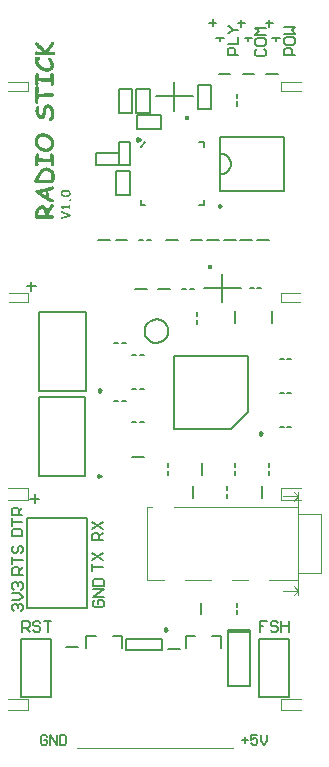
<source format=gto>
G04*
G04 #@! TF.GenerationSoftware,Altium Limited,Altium Designer,20.0.2 (26)*
G04*
G04 Layer_Color=65535*
%FSLAX25Y25*%
%MOIN*%
G70*
G01*
G75*
%ADD10C,0.00984*%
%ADD11C,0.01181*%
%ADD12C,0.00787*%
%ADD13C,0.01575*%
%ADD14C,0.00600*%
%ADD15C,0.00394*%
%ADD16C,0.00598*%
%ADD17R,0.07284X0.00885*%
G36*
X226938Y509637D02*
X227014Y509631D01*
X227102Y509626D01*
X227200Y509615D01*
X227304Y509604D01*
X227528Y509566D01*
X227642Y509539D01*
X227757Y509511D01*
X227866Y509473D01*
X227976Y509429D01*
X228074Y509380D01*
X228167Y509326D01*
X228172Y509320D01*
X228188Y509309D01*
X228210Y509293D01*
X228238Y509266D01*
X228270Y509233D01*
X228314Y509195D01*
X228352Y509145D01*
X228396Y509091D01*
X228440Y509031D01*
X228478Y508960D01*
X228516Y508883D01*
X228554Y508796D01*
X228582Y508709D01*
X228603Y508605D01*
X228620Y508501D01*
X228625Y508387D01*
Y508359D01*
X228620Y508321D01*
X228614Y508272D01*
X228609Y508217D01*
X228592Y508152D01*
X228576Y508081D01*
X228549Y508004D01*
X228521Y507923D01*
X228483Y507841D01*
X228434Y507759D01*
X228374Y507677D01*
X228309Y507600D01*
X228232Y507524D01*
X228139Y507453D01*
X228035Y507393D01*
X228030D01*
X228014Y507382D01*
X227992Y507371D01*
X227954Y507360D01*
X227915Y507344D01*
X227861Y507322D01*
X227801Y507300D01*
X227730Y507284D01*
X227653Y507262D01*
X227566Y507240D01*
X227473Y507224D01*
X227375Y507202D01*
X227266Y507191D01*
X227151Y507180D01*
X227031Y507169D01*
X226905D01*
X226900D01*
X226878D01*
X226845D01*
X226807Y507174D01*
X226752Y507180D01*
X226692Y507185D01*
X226627Y507196D01*
X226556Y507207D01*
X226392Y507240D01*
X226217Y507295D01*
X226130Y507327D01*
X226043Y507366D01*
X225955Y507415D01*
X225868Y507464D01*
X225862Y507469D01*
X225846Y507480D01*
X225819Y507502D01*
X225786Y507529D01*
X225742Y507568D01*
X225699Y507611D01*
X225649Y507660D01*
X225600Y507720D01*
X225551Y507786D01*
X225502Y507862D01*
X225458Y507944D01*
X225415Y508032D01*
X225382Y508124D01*
X225355Y508228D01*
X225338Y508332D01*
X225333Y508447D01*
Y508474D01*
X225338Y508501D01*
Y508545D01*
X225349Y508594D01*
X225360Y508649D01*
X225371Y508714D01*
X225393Y508785D01*
X225420Y508856D01*
X225448Y508933D01*
X225491Y509003D01*
X225535Y509080D01*
X225589Y509156D01*
X225655Y509233D01*
X225726Y509298D01*
X225813Y509364D01*
X225819Y509369D01*
X225830Y509375D01*
X225851Y509391D01*
X225884Y509408D01*
X225922Y509429D01*
X225972Y509451D01*
X226026Y509479D01*
X226086Y509506D01*
X226152Y509528D01*
X226228Y509555D01*
X226310Y509577D01*
X226392Y509599D01*
X226578Y509631D01*
X226681Y509637D01*
X226785Y509642D01*
X226796D01*
X226823D01*
X226873D01*
X226938Y509637D01*
D02*
G37*
G36*
X228521Y506530D02*
X228543Y506525D01*
X228576Y506508D01*
X228603Y506492D01*
X228636Y506465D01*
X228669Y506432D01*
X228674Y506426D01*
X228680Y506416D01*
X228696Y506394D01*
X228713Y506366D01*
X228729Y506334D01*
X228740Y506290D01*
X228751Y506246D01*
X228756Y506197D01*
Y506175D01*
X228751Y506148D01*
X228745Y506115D01*
X228734Y506077D01*
X228718Y506039D01*
X228696Y505995D01*
X228669Y505957D01*
X228663Y505951D01*
X228653Y505940D01*
X228636Y505924D01*
X228614Y505908D01*
X228554Y505875D01*
X228521Y505864D01*
X228483Y505859D01*
X228478D01*
X228467D01*
X228445Y505864D01*
X228418Y505869D01*
X228385Y505880D01*
X228352Y505902D01*
X228320Y505924D01*
X228287Y505957D01*
X228281Y505962D01*
X228270Y505973D01*
X228259Y505995D01*
X228238Y506028D01*
X228221Y506061D01*
X228210Y506104D01*
X228199Y506148D01*
X228194Y506197D01*
Y506224D01*
X228199Y506246D01*
X228205Y506285D01*
X228216Y506323D01*
X228232Y506361D01*
X228254Y506399D01*
X228281Y506437D01*
X228287Y506443D01*
X228298Y506454D01*
X228314Y506470D01*
X228336Y506487D01*
X228369Y506503D01*
X228401Y506519D01*
X228440Y506530D01*
X228483Y506536D01*
X228489D01*
X228500D01*
X228521Y506530D01*
D02*
G37*
G36*
X228320Y504685D02*
X228347Y504679D01*
X228380Y504668D01*
X228412Y504657D01*
X228440Y504635D01*
X228472Y504608D01*
X228478Y504603D01*
X228483Y504592D01*
X228494Y504575D01*
X228505Y504554D01*
X228521Y504521D01*
X228532Y504488D01*
X228538Y504450D01*
X228543Y504406D01*
Y503549D01*
X228538Y503527D01*
X228532Y503467D01*
X228511Y503396D01*
X228483Y503320D01*
X228440Y503260D01*
X228412Y503238D01*
X228380Y503216D01*
X228347Y503205D01*
X228303Y503200D01*
X228298D01*
X228292D01*
X228259Y503205D01*
X228216Y503221D01*
X228161Y503254D01*
X228139Y503276D01*
X228112Y503303D01*
X228090Y503341D01*
X228068Y503380D01*
X228052Y503429D01*
X228035Y503489D01*
X228030Y503554D01*
X228025Y503631D01*
Y503724D01*
X226196D01*
X226201Y503718D01*
X226212Y503696D01*
X226234Y503664D01*
X226256Y503625D01*
X226277Y503587D01*
X226299Y503549D01*
X226310Y503516D01*
X226316Y503489D01*
Y503473D01*
X226310Y503451D01*
X226305Y503423D01*
X226294Y503391D01*
X226283Y503358D01*
X226261Y503320D01*
X226234Y503287D01*
X226228Y503281D01*
X226217Y503276D01*
X226201Y503260D01*
X226179Y503249D01*
X226119Y503216D01*
X226081Y503210D01*
X226043Y503205D01*
X226037D01*
X226021D01*
X225999Y503210D01*
X225972Y503221D01*
X225933Y503238D01*
X225895Y503265D01*
X225851Y503298D01*
X225808Y503341D01*
X225639Y503571D01*
X225437Y503822D01*
X225431Y503827D01*
X225420Y503849D01*
X225398Y503877D01*
X225377Y503915D01*
X225360Y503964D01*
X225338Y504013D01*
X225327Y504068D01*
X225322Y504122D01*
Y504128D01*
X225327Y504150D01*
X225333Y504182D01*
X225349Y504215D01*
X225377Y504248D01*
X225415Y504281D01*
X225469Y504303D01*
X225546Y504308D01*
X225557D01*
X225573D01*
X225589D01*
X225617D01*
X225649D01*
X225726D01*
X225824Y504303D01*
X225944Y504297D01*
X226081Y504292D01*
X226239Y504286D01*
X226245D01*
X226261D01*
X226288D01*
X226321D01*
X226370Y504281D01*
X226425D01*
X226490D01*
X226567D01*
X226654Y504275D01*
X226747D01*
X226851D01*
X226965D01*
X227091Y504270D01*
X227222D01*
X227364D01*
X227517D01*
X228014D01*
Y504428D01*
X228019Y504450D01*
X228025Y504477D01*
X228046Y504543D01*
X228063Y504575D01*
X228090Y504608D01*
X228096Y504614D01*
X228101Y504619D01*
X228123Y504635D01*
X228145Y504652D01*
X228205Y504679D01*
X228238Y504685D01*
X228281Y504690D01*
X228287D01*
X228298D01*
X228320Y504685D01*
D02*
G37*
G36*
X225688Y502599D02*
X225704D01*
X225759Y502577D01*
X225786Y502566D01*
X225819Y502544D01*
X225824Y502539D01*
X225846Y502528D01*
X225879Y502506D01*
X225928Y502479D01*
X225983Y502446D01*
X226048Y502413D01*
X226125Y502381D01*
X226206Y502342D01*
X226212Y502337D01*
X226228Y502331D01*
X226261Y502320D01*
X226283Y502315D01*
X226310Y502304D01*
X226343Y502288D01*
X226381Y502277D01*
X226430Y502260D01*
X226485Y502239D01*
X226545Y502217D01*
X226616Y502189D01*
X226621D01*
X226638Y502178D01*
X226665Y502168D01*
X226703Y502157D01*
X226752Y502135D01*
X226818Y502113D01*
X226889Y502086D01*
X226971Y502053D01*
X227069Y502015D01*
X227173Y501971D01*
X227293Y501927D01*
X227419Y501878D01*
X227560Y501824D01*
X227708Y501764D01*
X227872Y501698D01*
X228046Y501632D01*
X228057Y501627D01*
X228090Y501616D01*
X228139Y501594D01*
X228205Y501567D01*
X228276Y501534D01*
X228363Y501496D01*
X228450Y501452D01*
X228543Y501403D01*
X228549Y501398D01*
X228571Y501387D01*
X228592Y501365D01*
X228625Y501338D01*
X228653Y501299D01*
X228680Y501256D01*
X228702Y501201D01*
X228707Y501141D01*
Y501130D01*
X228702Y501108D01*
X228696Y501070D01*
X228680Y501026D01*
X228658Y500977D01*
X228620Y500928D01*
X228571Y500884D01*
X228505Y500846D01*
X228500Y500841D01*
X228478Y500835D01*
X228440Y500819D01*
X228396Y500803D01*
X228330Y500775D01*
X228254Y500748D01*
X228167Y500715D01*
X228063Y500682D01*
X227948Y500639D01*
X227817Y500595D01*
X227675Y500552D01*
X227522Y500502D01*
X227353Y500448D01*
X227173Y500399D01*
X226982Y500339D01*
X226774Y500284D01*
X226769D01*
X226763Y500279D01*
X226747D01*
X226725Y500268D01*
X226671Y500251D01*
X226600Y500235D01*
X226518Y500208D01*
X226419Y500180D01*
X226321Y500147D01*
X226217Y500115D01*
X226212D01*
X226201Y500109D01*
X226179Y500104D01*
X226152Y500098D01*
X226086Y500076D01*
X226004Y500060D01*
X225917Y500038D01*
X225824Y500016D01*
X225742Y500005D01*
X225710Y500000D01*
X225677D01*
X225671D01*
X225655D01*
X225633Y500005D01*
X225606Y500011D01*
X225573Y500022D01*
X225540Y500038D01*
X225507Y500060D01*
X225475Y500087D01*
X225469Y500093D01*
X225464Y500104D01*
X225453Y500120D01*
X225437Y500147D01*
X225409Y500208D01*
X225404Y500246D01*
X225398Y500289D01*
Y500300D01*
X225404Y500322D01*
X225409Y500355D01*
X225426Y500399D01*
X225448Y500442D01*
X225486Y500491D01*
X225535Y500535D01*
X225606Y500568D01*
X225611D01*
X225639Y500573D01*
X225671Y500584D01*
X225721Y500595D01*
X225775Y500606D01*
X225835Y500617D01*
X225966Y500650D01*
X225977Y500655D01*
X226010Y500661D01*
X226059Y500677D01*
X226135Y500699D01*
X226228Y500726D01*
X226343Y500759D01*
X226474Y500803D01*
X226632Y500846D01*
X226638D01*
X226660Y500852D01*
X226692Y500863D01*
X226731Y500874D01*
X226785Y500890D01*
X226845Y500906D01*
X226911Y500923D01*
X226987Y500945D01*
X227151Y500994D01*
X227326Y501043D01*
X227506Y501103D01*
X227681Y501158D01*
X227670Y501163D01*
X227648Y501174D01*
X227604Y501190D01*
X227550Y501207D01*
X227484Y501234D01*
X227408Y501267D01*
X227320Y501299D01*
X227227Y501338D01*
X227129Y501376D01*
X227031Y501414D01*
X226818Y501496D01*
X226616Y501573D01*
X226518Y501611D01*
X226425Y501644D01*
X226419D01*
X226414Y501649D01*
X226381Y501660D01*
X226332Y501676D01*
X226272Y501698D01*
X226196Y501725D01*
X226114Y501753D01*
X226026Y501785D01*
X225933Y501818D01*
X225928D01*
X225922Y501824D01*
X225906Y501829D01*
X225884Y501840D01*
X225830Y501867D01*
X225764Y501900D01*
X225693Y501938D01*
X225617Y501982D01*
X225546Y502031D01*
X225480Y502086D01*
X225475Y502091D01*
X225464Y502102D01*
X225448Y502124D01*
X225426Y502146D01*
X225404Y502178D01*
X225387Y502217D01*
X225377Y502260D01*
X225371Y502304D01*
Y502326D01*
X225377Y502348D01*
X225382Y502375D01*
X225393Y502408D01*
X225404Y502441D01*
X225426Y502479D01*
X225453Y502512D01*
X225458Y502517D01*
X225469Y502528D01*
X225486Y502539D01*
X225507Y502561D01*
X225540Y502577D01*
X225573Y502588D01*
X225611Y502599D01*
X225655Y502604D01*
X225660D01*
X225671D01*
X225688Y502599D01*
D02*
G37*
G36*
X222627Y559055D02*
X222671D01*
X222780Y559011D01*
X222835Y558989D01*
X222900Y558946D01*
X222911Y558935D01*
X222933Y558913D01*
X222966Y558880D01*
X223010Y558836D01*
X223053Y558771D01*
X223086Y558705D01*
X223108Y558618D01*
X223119Y558519D01*
Y558454D01*
X223108Y558410D01*
X223097Y558355D01*
X223075Y558279D01*
X223053Y558202D01*
X223021Y558104D01*
X222988Y558006D01*
X222933Y557885D01*
X222867Y557765D01*
X222791Y557623D01*
X222704Y557481D01*
X222605Y557328D01*
X222485Y557164D01*
X222354Y556989D01*
X222343Y556978D01*
X222299Y556923D01*
X222223Y556847D01*
X222179Y556792D01*
X222113Y556716D01*
X222037Y556639D01*
X221949Y556541D01*
X221851Y556432D01*
X221731Y556311D01*
X221600Y556169D01*
X221458Y556027D01*
X221294Y555852D01*
X221108Y555666D01*
X222857Y555656D01*
X222867D01*
X222889D01*
X222911D01*
X222955Y555645D01*
X223064Y555612D01*
X223173Y555557D01*
X223184Y555546D01*
X223206Y555524D01*
X223239Y555492D01*
X223283Y555448D01*
X223326Y555382D01*
X223359Y555317D01*
X223381Y555229D01*
X223392Y555131D01*
Y555076D01*
X223381Y555022D01*
X223359Y554945D01*
X223326Y554858D01*
X223272Y554781D01*
X223206Y554694D01*
X223119Y554617D01*
X223108Y554606D01*
X223086Y554595D01*
X223042Y554573D01*
X222988Y554552D01*
X222857Y554497D01*
X222780Y554486D01*
X222693Y554475D01*
X222682D01*
X222649D01*
X222594D01*
X222518D01*
X222419D01*
X222310D01*
X222168D01*
X222004Y554486D01*
X221818D01*
X221621D01*
X221392Y554497D01*
X221141D01*
X220878Y554508D01*
X220583D01*
X220266Y554519D01*
X219938Y554530D01*
X219916D01*
X219862D01*
X219763D01*
X219632Y554541D01*
X219479D01*
X219304Y554552D01*
X219108D01*
X218900Y554563D01*
X218452D01*
X217993Y554573D01*
X217774Y554584D01*
X217555D01*
X217359D01*
X217173D01*
X217162D01*
X217129D01*
X217096Y554595D01*
X217042Y554606D01*
X216976Y554628D01*
X216911Y554650D01*
X216845Y554694D01*
X216779Y554748D01*
X216769Y554759D01*
X216747Y554781D01*
X216725Y554814D01*
X216692Y554858D01*
X216659Y554923D01*
X216627Y554989D01*
X216616Y555076D01*
X216605Y555164D01*
Y555207D01*
X216616Y555251D01*
X216627Y555306D01*
X216648Y555371D01*
X216681Y555437D01*
X216725Y555503D01*
X216779Y555568D01*
X216790Y555579D01*
X216812Y555601D01*
X216845Y555623D01*
X216889Y555656D01*
X217009Y555721D01*
X217086Y555732D01*
X217173Y555743D01*
X217195D01*
X217238D01*
X217326D01*
X217435D01*
X217577Y555732D01*
X217752Y555721D01*
X217949Y555710D01*
X218179Y555699D01*
X218189D01*
X218211D01*
X218244D01*
X218299Y555688D01*
X218419D01*
X218583Y555677D01*
X218747Y555666D01*
X218911D01*
X219064Y555656D01*
X219184D01*
X219173Y555666D01*
X219140Y555699D01*
X219108Y555732D01*
X219053Y555776D01*
X218987Y555841D01*
X218900Y555929D01*
X218791Y556027D01*
X218659Y556158D01*
X218495Y556300D01*
X218310Y556475D01*
X218091Y556683D01*
X217851Y556913D01*
X217555Y557175D01*
X217238Y557470D01*
X216878Y557798D01*
X216867Y557809D01*
X216845Y557831D01*
X216812Y557874D01*
X216769Y557918D01*
X216736Y557984D01*
X216703Y558060D01*
X216681Y558148D01*
X216670Y558235D01*
Y558279D01*
X216681Y558322D01*
X216692Y558377D01*
X216714Y558432D01*
X216747Y558508D01*
X216790Y558574D01*
X216845Y558639D01*
X216856Y558650D01*
X216878Y558672D01*
X216911Y558694D01*
X216954Y558738D01*
X217075Y558792D01*
X217151Y558814D01*
X217238Y558825D01*
X217249D01*
X217293Y558814D01*
X217337Y558792D01*
X217381Y558771D01*
X217435Y558738D01*
X217501Y558705D01*
X217588Y558650D01*
X217676Y558585D01*
X217785Y558497D01*
X217916Y558410D01*
X218047Y558290D01*
X218211Y558158D01*
X218375Y558006D01*
X218572Y557831D01*
X218583Y557820D01*
X218605Y557798D01*
X218649Y557754D01*
X218703Y557710D01*
X218780Y557634D01*
X218867Y557557D01*
X218966Y557470D01*
X219064Y557372D01*
X219304Y557142D01*
X219567Y556880D01*
X219851Y556596D01*
X220135Y556300D01*
X220157Y556322D01*
X220212Y556377D01*
X220288Y556464D01*
X220397Y556585D01*
X220529Y556716D01*
X220671Y556869D01*
X220824Y557033D01*
X220988Y557208D01*
Y557219D01*
X221009Y557230D01*
X221064Y557295D01*
X221151Y557393D01*
X221272Y557525D01*
X221392Y557667D01*
X221523Y557831D01*
X221665Y557995D01*
X221785Y558158D01*
X221796Y558170D01*
X221807Y558191D01*
X221840Y558235D01*
X221873Y558290D01*
X221906Y558366D01*
X221949Y558443D01*
X222015Y558618D01*
X222026Y558639D01*
X222048Y558683D01*
X222080Y558760D01*
X222135Y558847D01*
X222212Y558924D01*
X222310Y559000D01*
X222419Y559044D01*
X222562Y559066D01*
X222572D01*
X222594D01*
X222627Y559055D01*
D02*
G37*
G36*
X218004Y553929D02*
X218047D01*
X218179Y553885D01*
X218244Y553863D01*
X218310Y553819D01*
X218321Y553808D01*
X218342Y553787D01*
X218375Y553754D01*
X218419Y553699D01*
X218463Y553633D01*
X218495Y553557D01*
X218517Y553470D01*
X218528Y553360D01*
Y553349D01*
X218517Y553295D01*
X218506Y553229D01*
X218485Y553153D01*
X218430Y553065D01*
X218364Y552967D01*
X218277Y552879D01*
X218146Y552803D01*
X218135D01*
X218113Y552792D01*
X218047Y552759D01*
X217971Y552704D01*
X217938Y552672D01*
X217916Y552639D01*
X217905Y552628D01*
Y552606D01*
X217894Y552573D01*
Y552540D01*
X217883Y552475D01*
Y552256D01*
X217894Y552223D01*
X217927Y552114D01*
X217982Y551972D01*
X218025Y551885D01*
X218080Y551797D01*
X218146Y551688D01*
X218233Y551590D01*
X218321Y551480D01*
X218430Y551360D01*
X218561Y551240D01*
X218703Y551109D01*
X218714Y551098D01*
X218758Y551065D01*
X218812Y551021D01*
X218889Y550956D01*
X218998Y550890D01*
X219108Y550814D01*
X219239Y550726D01*
X219392Y550639D01*
X219545Y550540D01*
X219709Y550464D01*
X219884Y550376D01*
X220069Y550311D01*
X220255Y550245D01*
X220441Y550202D01*
X220627Y550169D01*
X220813Y550158D01*
X220834D01*
X220889D01*
X220977Y550169D01*
X221086Y550191D01*
X221206Y550234D01*
X221337Y550278D01*
X221468Y550354D01*
X221589Y550453D01*
X221600Y550464D01*
X221632Y550507D01*
X221687Y550573D01*
X221742Y550661D01*
X221807Y550770D01*
X221851Y550890D01*
X221895Y551032D01*
X221906Y551185D01*
Y551251D01*
X221895Y551338D01*
X221884Y551437D01*
X221851Y551568D01*
X221818Y551710D01*
X221764Y551863D01*
X221698Y552016D01*
Y552027D01*
X221676Y552049D01*
X221654Y552081D01*
X221621Y552147D01*
X221567Y552235D01*
X221490Y552344D01*
X221403Y552475D01*
X221294Y552639D01*
X221283Y552650D01*
X221261Y552694D01*
X221228Y552748D01*
X221184Y552825D01*
X221108Y552989D01*
X221086Y553065D01*
X221075Y553131D01*
Y553174D01*
X221086Y553218D01*
X221097Y553284D01*
X221119Y553349D01*
X221151Y553415D01*
X221195Y553491D01*
X221261Y553557D01*
X221272Y553568D01*
X221294Y553579D01*
X221326Y553612D01*
X221370Y553644D01*
X221501Y553699D01*
X221578Y553710D01*
X221654Y553721D01*
X221665D01*
X221698D01*
X221742Y553710D01*
X221796Y553699D01*
X221862Y553666D01*
X221938Y553633D01*
X222004Y553579D01*
X222080Y553502D01*
X222092Y553491D01*
X222124Y553448D01*
X222168Y553393D01*
X222234Y553306D01*
X222299Y553207D01*
X222376Y553076D01*
X222463Y552945D01*
X222551Y552792D01*
X222649Y552617D01*
X222725Y552442D01*
X222813Y552245D01*
X222878Y552049D01*
X222944Y551841D01*
X222988Y551622D01*
X223021Y551404D01*
X223031Y551185D01*
Y551098D01*
X223021Y551032D01*
X223010Y550945D01*
X222999Y550857D01*
X222977Y550748D01*
X222944Y550639D01*
X222867Y550387D01*
X222813Y550256D01*
X222747Y550125D01*
X222671Y549994D01*
X222572Y549863D01*
X222474Y549731D01*
X222354Y549611D01*
X222343Y549600D01*
X222321Y549589D01*
X222288Y549557D01*
X222234Y549513D01*
X222179Y549469D01*
X222102Y549414D01*
X222015Y549360D01*
X221917Y549305D01*
X221698Y549196D01*
X221436Y549098D01*
X221141Y549021D01*
X220988Y549010D01*
X220824Y548999D01*
X220813D01*
X220758D01*
X220682Y549010D01*
X220583Y549021D01*
X220452Y549032D01*
X220310Y549065D01*
X220135Y549098D01*
X219949Y549152D01*
X219742Y549218D01*
X219523Y549294D01*
X219293Y549393D01*
X219042Y549513D01*
X218791Y549655D01*
X218528Y549808D01*
X218266Y549994D01*
X217993Y550212D01*
X217982Y550223D01*
X217938Y550256D01*
X217883Y550311D01*
X217796Y550387D01*
X217708Y550486D01*
X217599Y550595D01*
X217490Y550715D01*
X217370Y550857D01*
X217260Y551010D01*
X217151Y551174D01*
X217042Y551349D01*
X216954Y551535D01*
X216867Y551721D01*
X216812Y551918D01*
X216769Y552114D01*
X216758Y552311D01*
Y552420D01*
X216769Y552530D01*
X216779Y552639D01*
Y552661D01*
X216790Y552726D01*
X216801Y552814D01*
X216812Y552901D01*
X216801Y552912D01*
X216779Y552934D01*
X216758Y552978D01*
X216714Y553021D01*
X216681Y553087D01*
X216659Y553163D01*
X216637Y553251D01*
X216627Y553338D01*
Y553360D01*
X216637Y553404D01*
X216648Y553480D01*
X216692Y553568D01*
X216747Y553655D01*
X216834Y553743D01*
X216954Y553808D01*
X217031Y553841D01*
X217118Y553863D01*
X217129D01*
X217184Y553874D01*
X217249Y553885D01*
X217348Y553907D01*
X217468Y553918D01*
X217610Y553929D01*
X217763Y553939D01*
X217927D01*
X217938D01*
X217960D01*
X218004Y553929D01*
D02*
G37*
G36*
X222441Y548573D02*
X222496Y548562D01*
X222562Y548540D01*
X222627Y548507D01*
X222693Y548464D01*
X222758Y548409D01*
X222769Y548398D01*
X222780Y548376D01*
X222802Y548343D01*
X222835Y548300D01*
X222867Y548234D01*
X222889Y548169D01*
X222900Y548081D01*
X222911Y547994D01*
Y547589D01*
X222922Y547447D01*
Y547010D01*
X222933Y546780D01*
Y546453D01*
X222944Y546365D01*
Y546245D01*
X222955Y546103D01*
X222977Y545928D01*
X222999Y545731D01*
Y545709D01*
X223010Y545644D01*
X223021Y545545D01*
X223031Y545414D01*
X223053Y545283D01*
X223064Y545141D01*
X223075Y545010D01*
Y544846D01*
X223064Y544802D01*
X223053Y544747D01*
X223031Y544682D01*
X223010Y544605D01*
X222966Y544540D01*
X222911Y544474D01*
X222900Y544463D01*
X222878Y544452D01*
X222846Y544419D01*
X222802Y544398D01*
X222671Y544332D01*
X222605Y544321D01*
X222518Y544310D01*
X222507D01*
X222474D01*
X222441Y544321D01*
X222387Y544332D01*
X222321Y544354D01*
X222255Y544387D01*
X222190Y544430D01*
X222124Y544485D01*
X222113Y544496D01*
X222092Y544518D01*
X222070Y544551D01*
X222037Y544605D01*
X222004Y544671D01*
X221971Y544747D01*
X221960Y544824D01*
X221949Y544922D01*
Y545043D01*
X221938Y545130D01*
Y545250D01*
X221927Y545381D01*
X221917Y545545D01*
X221895Y545720D01*
X221884D01*
X221873D01*
X221840D01*
X221796D01*
X221742D01*
X221665D01*
X221589D01*
X221479D01*
X221359Y545709D01*
X221228D01*
X221075D01*
X220911D01*
X220714D01*
X220507D01*
X220288D01*
X220037D01*
X220026D01*
X219982D01*
X219927D01*
X219840D01*
X219742D01*
X219621D01*
X219490Y545720D01*
X219348D01*
X219184D01*
X219020Y545731D01*
X218649Y545742D01*
X218266Y545764D01*
X217883Y545797D01*
X217905Y544889D01*
Y544846D01*
X217894Y544802D01*
X217883Y544747D01*
X217840Y544605D01*
X217807Y544540D01*
X217752Y544474D01*
X217741Y544463D01*
X217720Y544452D01*
X217687Y544419D01*
X217643Y544398D01*
X217577Y544365D01*
X217512Y544332D01*
X217435Y544321D01*
X217348Y544310D01*
X217337D01*
X217304D01*
X217260Y544321D01*
X217206Y544332D01*
X217075Y544376D01*
X217020Y544409D01*
X216954Y544463D01*
X216943Y544474D01*
X216933Y544496D01*
X216911Y544529D01*
X216878Y544572D01*
X216834Y544682D01*
X216812Y544758D01*
X216801Y544835D01*
Y544857D01*
X216790Y544900D01*
Y544988D01*
X216779Y545119D01*
X216769Y545283D01*
Y545502D01*
X216758Y545622D01*
Y546278D01*
X216769Y546376D01*
Y546485D01*
X216779Y546605D01*
X216790Y546748D01*
X216801Y546901D01*
X216812Y547065D01*
X216823Y547239D01*
X216845Y547436D01*
X216867Y547644D01*
X216889Y547852D01*
X216922Y548081D01*
Y548103D01*
X216943Y548158D01*
X216976Y548245D01*
X217020Y548333D01*
X217096Y548420D01*
X217195Y548507D01*
X217326Y548562D01*
X217413Y548584D01*
X217501D01*
X217512D01*
X217545D01*
X217588Y548573D01*
X217654Y548562D01*
X217720Y548540D01*
X217785Y548496D01*
X217851Y548453D01*
X217916Y548387D01*
Y548376D01*
X217938Y548365D01*
X217949Y548333D01*
X217971Y548289D01*
X218015Y548179D01*
X218025Y548114D01*
X218036Y548037D01*
Y547994D01*
X218025Y547928D01*
Y547830D01*
X218015Y547764D01*
Y547688D01*
X218004Y547600D01*
X217993Y547502D01*
X217982Y547381D01*
X217960Y547261D01*
X217949Y547108D01*
X217927Y546955D01*
X217938D01*
X217960D01*
X218004Y546944D01*
X218069D01*
X218146D01*
X218233Y546933D01*
X218342D01*
X218463Y546922D01*
X218605Y546912D01*
X218758D01*
X218922Y546901D01*
X219108D01*
X219304D01*
X219512Y546890D01*
X219731D01*
X219960D01*
X221807D01*
Y547097D01*
X221796Y547239D01*
Y548048D01*
X221807Y548092D01*
X221818Y548147D01*
X221840Y548212D01*
X221873Y548289D01*
X221917Y548354D01*
X221971Y548420D01*
X221982Y548431D01*
X222004Y548442D01*
X222037Y548475D01*
X222080Y548507D01*
X222201Y548562D01*
X222277Y548573D01*
X222365Y548584D01*
X222376D01*
X222397D01*
X222441Y548573D01*
D02*
G37*
G36*
X217501Y544212D02*
X217555Y544201D01*
X217621Y544179D01*
X217687Y544146D01*
X217752Y544102D01*
X217818Y544048D01*
X217829Y544037D01*
X217840Y544015D01*
X217873Y543982D01*
X217894Y543939D01*
X217927Y543873D01*
X217960Y543807D01*
X217971Y543720D01*
X217982Y543633D01*
Y543491D01*
X217971Y543381D01*
Y543239D01*
X217960Y543075D01*
X217949Y542868D01*
X217938Y542627D01*
Y542561D01*
X217927Y542518D01*
Y542397D01*
X217916Y542255D01*
X217905Y542091D01*
Y541917D01*
X217894Y541763D01*
Y541621D01*
X217916D01*
X217949D01*
X217993D01*
X218047Y541632D01*
X218113D01*
X218189D01*
X218288Y541643D01*
X218397D01*
X218517Y541654D01*
X218659Y541665D01*
X218801Y541676D01*
X218976Y541687D01*
X219162Y541698D01*
X219359Y541709D01*
X219578Y541731D01*
X219588D01*
X219621D01*
X219676Y541742D01*
X219752D01*
X219840Y541753D01*
X219949D01*
X220058Y541763D01*
X220190Y541775D01*
X220452Y541785D01*
X220736Y541796D01*
X221009Y541807D01*
X221261D01*
X221272D01*
X221283D01*
X221315D01*
X221370D01*
X221425Y541818D01*
X221501D01*
X221589Y541829D01*
X221687Y541840D01*
X221698D01*
X221731Y541851D01*
X221785D01*
X221840Y541862D01*
X221971Y541873D01*
X222037D01*
X222092D01*
X222102D01*
X222146D01*
X222201Y541862D01*
X222277D01*
X222365Y541840D01*
X222463Y541818D01*
X222551Y541785D01*
X222649Y541742D01*
X222660Y541731D01*
X222693Y541709D01*
X222747Y541665D01*
X222802Y541621D01*
X222867Y541545D01*
X222911Y541468D01*
X222955Y541370D01*
X222966Y541261D01*
Y541228D01*
X222955Y541184D01*
X222944Y541130D01*
X222900Y540998D01*
X222867Y540922D01*
X222824Y540856D01*
X222813Y540845D01*
X222791Y540824D01*
X222758Y540802D01*
X222714Y540769D01*
X222660Y540725D01*
X222583Y540703D01*
X222507Y540682D01*
X222419Y540670D01*
X222408D01*
X222376D01*
X222321D01*
X222245Y540682D01*
X222234D01*
X222223D01*
X222179Y540692D01*
X222124Y540703D01*
X222070D01*
X222059D01*
X222037D01*
X221982D01*
X221927D01*
X221840Y540692D01*
X221742D01*
X221621Y540682D01*
X221490Y540670D01*
X221468D01*
X221425D01*
X221359Y540660D01*
X221272D01*
X221086Y540649D01*
X220988D01*
X220911D01*
X220900D01*
X220889D01*
X220856D01*
X220813D01*
X220758D01*
X220682D01*
X220605Y540638D01*
X220517D01*
X220408D01*
X220299Y540627D01*
X220048Y540616D01*
X219752Y540594D01*
X219414Y540561D01*
X219403D01*
X219370D01*
X219304Y540550D01*
X219239D01*
X219151Y540539D01*
X219042Y540528D01*
X218812Y540507D01*
X218561Y540496D01*
X218321Y540474D01*
X218091Y540463D01*
X217993Y540452D01*
X217905D01*
Y540004D01*
X217894Y539916D01*
X217883Y539709D01*
X217873Y539468D01*
X217851Y539228D01*
X217818Y538987D01*
X217774Y538769D01*
X217763Y538747D01*
X217752Y538703D01*
X217720Y538627D01*
X217665Y538550D01*
X217599Y538463D01*
X217501Y538386D01*
X217381Y538342D01*
X217238Y538321D01*
X217228D01*
X217206D01*
X217162Y538332D01*
X217107Y538342D01*
X216987Y538386D01*
X216922Y538419D01*
X216856Y538463D01*
X216845Y538474D01*
X216823Y538495D01*
X216790Y538528D01*
X216758Y538583D01*
X216725Y538649D01*
X216692Y538736D01*
X216670Y538823D01*
Y538954D01*
X216681Y538998D01*
Y539053D01*
X216692Y539140D01*
X216703Y539261D01*
X216725Y539403D01*
X216747Y539577D01*
Y539599D01*
X216758Y539643D01*
Y539720D01*
X216769Y539807D01*
X216779Y539916D01*
Y540026D01*
X216790Y540135D01*
Y540670D01*
X216779Y540824D01*
Y541173D01*
X216769Y541283D01*
Y541982D01*
X216779Y542113D01*
X216790Y542277D01*
X216801Y542463D01*
X216812Y542682D01*
Y542791D01*
X216823Y542900D01*
Y543042D01*
X216834Y543195D01*
Y543348D01*
X216845Y543501D01*
Y543676D01*
X216856Y543720D01*
X216867Y543775D01*
X216889Y543840D01*
X216911Y543917D01*
X216954Y543982D01*
X217009Y544048D01*
X217020Y544059D01*
X217042Y544081D01*
X217075Y544102D01*
X217118Y544135D01*
X217184Y544168D01*
X217249Y544201D01*
X217326Y544212D01*
X217413Y544223D01*
X217424D01*
X217457D01*
X217501Y544212D01*
D02*
G37*
G36*
X221250Y538091D02*
X221326Y538080D01*
X221414Y538069D01*
X221523Y538036D01*
X221632Y538004D01*
X221753Y537949D01*
X221884Y537883D01*
X222015Y537807D01*
X222146Y537709D01*
X222288Y537588D01*
X222419Y537446D01*
X222540Y537282D01*
X222660Y537096D01*
X222769Y536878D01*
Y536867D01*
X222791Y536834D01*
X222802Y536779D01*
X222835Y536714D01*
X222867Y536626D01*
X222900Y536517D01*
X222933Y536397D01*
X222977Y536266D01*
X223021Y536113D01*
X223053Y535949D01*
X223086Y535774D01*
X223119Y535588D01*
X223163Y535195D01*
X223184Y534757D01*
Y534659D01*
X223173Y534583D01*
Y534495D01*
X223163Y534397D01*
X223141Y534276D01*
X223130Y534156D01*
X223075Y533894D01*
X222988Y533621D01*
X222878Y533347D01*
X222725Y533107D01*
X222704Y533085D01*
X222660Y533031D01*
X222572Y532943D01*
X222463Y532856D01*
X222332Y532768D01*
X222179Y532681D01*
X222015Y532626D01*
X221917Y532615D01*
X221829Y532604D01*
X221818D01*
X221785D01*
X221742Y532615D01*
X221676Y532626D01*
X221534Y532670D01*
X221458Y532703D01*
X221392Y532757D01*
X221381Y532768D01*
X221359Y532790D01*
X221337Y532823D01*
X221304Y532866D01*
X221272Y532932D01*
X221239Y533009D01*
X221228Y533096D01*
X221217Y533194D01*
Y533216D01*
X221228Y533260D01*
X221239Y533326D01*
X221261Y533402D01*
X221315Y533490D01*
X221381Y533577D01*
X221468Y533664D01*
X221600Y533741D01*
X221621Y533752D01*
X221676Y533796D01*
X221764Y533861D01*
X221851Y533959D01*
X221938Y534102D01*
X221982Y534189D01*
X222026Y534287D01*
X222059Y534397D01*
X222080Y534517D01*
X222092Y534648D01*
X222102Y534801D01*
Y534921D01*
X222092Y534987D01*
X222080Y535063D01*
X222059Y535238D01*
X222026Y535446D01*
X221971Y535686D01*
X221895Y535927D01*
X221796Y536178D01*
Y536189D01*
X221785Y536211D01*
X221764Y536244D01*
X221742Y536288D01*
X221676Y536397D01*
X221589Y536528D01*
X221490Y536659D01*
X221370Y536768D01*
X221304Y536812D01*
X221239Y536845D01*
X221162Y536867D01*
X221097Y536878D01*
X221086D01*
X221075D01*
X221009Y536867D01*
X220922Y536856D01*
X220813Y536823D01*
X220692Y536768D01*
X220583Y536692D01*
X220485Y536583D01*
X220408Y536441D01*
X220397Y536430D01*
X220386Y536375D01*
X220364Y536299D01*
X220343Y536178D01*
X220332Y536091D01*
X220321Y536003D01*
X220310Y535905D01*
X220299Y535796D01*
X220288Y535675D01*
X220277Y535533D01*
X220266Y535380D01*
Y535151D01*
X220255Y535096D01*
Y535031D01*
X220244Y534954D01*
X220233Y534790D01*
X220201Y534583D01*
X220146Y534364D01*
X220091Y534145D01*
X220004Y533927D01*
Y533916D01*
X219993Y533894D01*
X219971Y533861D01*
X219938Y533807D01*
X219862Y533686D01*
X219752Y533544D01*
X219610Y533413D01*
X219446Y533293D01*
X219348Y533249D01*
X219250Y533205D01*
X219140Y533183D01*
X219020D01*
X219009D01*
X218987D01*
X218944Y533194D01*
X218878D01*
X218812Y533216D01*
X218725Y533227D01*
X218528Y533293D01*
X218419Y533336D01*
X218299Y533402D01*
X218179Y533468D01*
X218058Y533544D01*
X217927Y533642D01*
X217796Y533763D01*
X217676Y533883D01*
X217545Y534036D01*
X217534Y534047D01*
X217512Y534080D01*
X217479Y534124D01*
X217435Y534189D01*
X217392Y534266D01*
X217326Y534364D01*
X217271Y534473D01*
X217206Y534593D01*
X217140Y534725D01*
X217086Y534867D01*
X216976Y535184D01*
X216933Y535359D01*
X216900Y535533D01*
X216878Y535719D01*
X216867Y535905D01*
Y535982D01*
X216878Y536069D01*
X216889Y536178D01*
X216911Y536331D01*
X216954Y536495D01*
X216998Y536692D01*
X217064Y536911D01*
Y536922D01*
X217075Y536943D01*
X217086Y536976D01*
X217107Y537031D01*
X217151Y537151D01*
X217217Y537282D01*
X217293Y537424D01*
X217381Y537534D01*
X217435Y537588D01*
X217490Y537621D01*
X217545Y537643D01*
X217599Y537654D01*
X217610D01*
X217632D01*
X217676Y537643D01*
X217720Y537632D01*
X217840Y537588D01*
X217905Y537556D01*
X217971Y537501D01*
X217982Y537490D01*
X218004Y537468D01*
X218025Y537435D01*
X218058Y537392D01*
X218102Y537326D01*
X218124Y537249D01*
X218146Y537173D01*
X218157Y537075D01*
Y536987D01*
X218146Y536933D01*
X218135Y536845D01*
X218124Y536747D01*
X218102Y536626D01*
X218080Y536495D01*
Y536473D01*
X218069Y536430D01*
X218047Y536364D01*
X218036Y536277D01*
X218004Y536080D01*
X217993Y535992D01*
Y535818D01*
X218004Y535719D01*
X218025Y535588D01*
X218058Y535424D01*
X218113Y535260D01*
X218168Y535085D01*
X218255Y534900D01*
X218266Y534878D01*
X218299Y534823D01*
X218353Y534747D01*
X218419Y534659D01*
X218506Y534561D01*
X218594Y534484D01*
X218703Y534430D01*
X218758Y534419D01*
X218812Y534408D01*
X218823D01*
X218834D01*
X218900Y534430D01*
X218987Y534473D01*
X219020Y534506D01*
X219064Y534550D01*
Y534561D01*
X219075Y534583D01*
X219097Y534615D01*
X219118Y534670D01*
X219140Y534725D01*
X219162Y534812D01*
X219184Y534900D01*
X219206Y535009D01*
Y535096D01*
X219217Y535206D01*
X219228Y535337D01*
X219239Y535501D01*
Y535675D01*
X219250Y535861D01*
X219261Y536058D01*
Y536102D01*
X219271Y536145D01*
X219283Y536211D01*
X219293Y536288D01*
X219304Y536375D01*
X219359Y536583D01*
X219425Y536812D01*
X219512Y537064D01*
X219632Y537293D01*
X219785Y537512D01*
Y537523D01*
X219807Y537534D01*
X219840Y537566D01*
X219873Y537599D01*
X219982Y537698D01*
X220135Y537807D01*
X220332Y537916D01*
X220572Y538015D01*
X220845Y538080D01*
X220988Y538091D01*
X221151Y538102D01*
X221162D01*
X221195D01*
X221250Y538091D01*
D02*
G37*
G36*
X219567Y528462D02*
X219687Y528451D01*
X219829Y528429D01*
X219993Y528407D01*
X220168Y528374D01*
X220364Y528331D01*
X220561Y528276D01*
X220769Y528210D01*
X220988Y528123D01*
X221206Y528035D01*
X221436Y527926D01*
X221654Y527795D01*
X221873Y527653D01*
X221884Y527642D01*
X221927Y527609D01*
X221993Y527555D01*
X222080Y527489D01*
X222179Y527391D01*
X222288Y527281D01*
X222408Y527150D01*
X222529Y526997D01*
X222649Y526833D01*
X222769Y526647D01*
X222878Y526451D01*
X222977Y526232D01*
X223064Y526003D01*
X223130Y525751D01*
X223173Y525489D01*
X223184Y525215D01*
Y525095D01*
X223173Y525008D01*
X223163Y524909D01*
X223152Y524778D01*
X223130Y524647D01*
X223097Y524494D01*
X223010Y524166D01*
X222955Y523991D01*
X222889Y523816D01*
X222813Y523642D01*
X222714Y523467D01*
X222605Y523292D01*
X222485Y523128D01*
X222474Y523117D01*
X222452Y523084D01*
X222408Y523040D01*
X222343Y522986D01*
X222277Y522920D01*
X222179Y522844D01*
X222080Y522756D01*
X221960Y522680D01*
X221829Y522592D01*
X221676Y522505D01*
X221523Y522428D01*
X221348Y522363D01*
X221162Y522308D01*
X220966Y522264D01*
X220758Y522232D01*
X220539Y522221D01*
X220529D01*
X220474D01*
X220397Y522232D01*
X220299D01*
X220179Y522243D01*
X220037Y522264D01*
X219873Y522297D01*
X219698Y522330D01*
X219501Y522374D01*
X219304Y522439D01*
X219086Y522505D01*
X218867Y522592D01*
X218649Y522691D01*
X218419Y522811D01*
X218200Y522942D01*
X217982Y523095D01*
X217971Y523106D01*
X217927Y523139D01*
X217862Y523194D01*
X217774Y523270D01*
X217676Y523368D01*
X217566Y523489D01*
X217446Y523631D01*
X217326Y523784D01*
X217206Y523948D01*
X217086Y524144D01*
X216976Y524341D01*
X216878Y524571D01*
X216790Y524800D01*
X216725Y525052D01*
X216681Y525314D01*
X216670Y525587D01*
Y525729D01*
X216681Y525828D01*
X216692Y525948D01*
X216703Y526079D01*
X216725Y526232D01*
X216758Y526396D01*
X216834Y526746D01*
X216889Y526931D01*
X216954Y527106D01*
X217031Y527281D01*
X217118Y527456D01*
X217217Y527609D01*
X217337Y527751D01*
X217348Y527762D01*
X217370Y527784D01*
X217403Y527817D01*
X217457Y527861D01*
X217534Y527915D01*
X217621Y527981D01*
X217720Y528046D01*
X217840Y528112D01*
X217971Y528177D01*
X218113Y528243D01*
X218277Y528309D01*
X218452Y528363D01*
X218649Y528407D01*
X218856Y528440D01*
X219086Y528462D01*
X219326Y528473D01*
X219337D01*
X219392D01*
X219457D01*
X219567Y528462D01*
D02*
G37*
G36*
X222441Y521751D02*
X222496Y521740D01*
X222562Y521718D01*
X222627Y521685D01*
X222693Y521641D01*
X222758Y521587D01*
X222769Y521576D01*
X222780Y521554D01*
X222802Y521521D01*
X222835Y521478D01*
X222867Y521412D01*
X222889Y521346D01*
X222900Y521259D01*
X222911Y521171D01*
Y520767D01*
X222922Y520625D01*
Y520188D01*
X222933Y519958D01*
Y519630D01*
X222944Y519543D01*
Y519423D01*
X222955Y519280D01*
X222977Y519106D01*
X222999Y518909D01*
Y518887D01*
X223010Y518821D01*
X223021Y518723D01*
X223031Y518592D01*
X223053Y518461D01*
X223064Y518319D01*
X223075Y518188D01*
Y518024D01*
X223064Y517980D01*
X223053Y517925D01*
X223031Y517860D01*
X223010Y517783D01*
X222966Y517718D01*
X222911Y517652D01*
X222900Y517641D01*
X222878Y517630D01*
X222846Y517597D01*
X222802Y517575D01*
X222671Y517510D01*
X222605Y517499D01*
X222518Y517488D01*
X222507D01*
X222474D01*
X222441Y517499D01*
X222387Y517510D01*
X222321Y517532D01*
X222255Y517564D01*
X222190Y517608D01*
X222124Y517663D01*
X222113Y517674D01*
X222092Y517696D01*
X222070Y517729D01*
X222037Y517783D01*
X222004Y517849D01*
X221971Y517925D01*
X221960Y518002D01*
X221949Y518100D01*
Y518220D01*
X221938Y518308D01*
Y518428D01*
X221927Y518559D01*
X221917Y518723D01*
X221895Y518898D01*
X221884D01*
X221873D01*
X221840D01*
X221796D01*
X221742D01*
X221665D01*
X221589D01*
X221479D01*
X221359Y518887D01*
X221228D01*
X221075D01*
X220911D01*
X220714D01*
X220507D01*
X220288D01*
X220037D01*
X220026D01*
X219982D01*
X219927D01*
X219840D01*
X219742D01*
X219621D01*
X219490Y518898D01*
X219348D01*
X219184D01*
X219020Y518909D01*
X218649Y518920D01*
X218266Y518942D01*
X217883Y518974D01*
X217905Y518067D01*
Y518024D01*
X217894Y517980D01*
X217883Y517925D01*
X217840Y517783D01*
X217807Y517718D01*
X217752Y517652D01*
X217741Y517641D01*
X217720Y517630D01*
X217687Y517597D01*
X217643Y517575D01*
X217577Y517543D01*
X217512Y517510D01*
X217435Y517499D01*
X217348Y517488D01*
X217337D01*
X217304D01*
X217260Y517499D01*
X217206Y517510D01*
X217075Y517554D01*
X217020Y517586D01*
X216954Y517641D01*
X216943Y517652D01*
X216933Y517674D01*
X216911Y517707D01*
X216878Y517750D01*
X216834Y517860D01*
X216812Y517936D01*
X216801Y518013D01*
Y518035D01*
X216790Y518078D01*
Y518166D01*
X216779Y518297D01*
X216769Y518461D01*
Y518679D01*
X216758Y518800D01*
Y519455D01*
X216769Y519554D01*
Y519663D01*
X216779Y519783D01*
X216790Y519925D01*
X216801Y520078D01*
X216812Y520242D01*
X216823Y520417D01*
X216845Y520614D01*
X216867Y520822D01*
X216889Y521029D01*
X216922Y521259D01*
Y521281D01*
X216943Y521335D01*
X216976Y521423D01*
X217020Y521510D01*
X217096Y521598D01*
X217195Y521685D01*
X217326Y521740D01*
X217413Y521762D01*
X217501D01*
X217512D01*
X217545D01*
X217588Y521751D01*
X217654Y521740D01*
X217720Y521718D01*
X217785Y521674D01*
X217851Y521630D01*
X217916Y521565D01*
Y521554D01*
X217938Y521543D01*
X217949Y521510D01*
X217971Y521466D01*
X218015Y521357D01*
X218025Y521292D01*
X218036Y521215D01*
Y521171D01*
X218025Y521106D01*
Y521007D01*
X218015Y520942D01*
Y520865D01*
X218004Y520778D01*
X217993Y520680D01*
X217982Y520559D01*
X217960Y520439D01*
X217949Y520286D01*
X217927Y520133D01*
X217938D01*
X217960D01*
X218004Y520122D01*
X218069D01*
X218146D01*
X218233Y520111D01*
X218342D01*
X218463Y520100D01*
X218605Y520089D01*
X218758D01*
X218922Y520078D01*
X219108D01*
X219304D01*
X219512Y520068D01*
X219731D01*
X219960D01*
X221807D01*
Y520275D01*
X221796Y520417D01*
Y521226D01*
X221807Y521270D01*
X221818Y521324D01*
X221840Y521390D01*
X221873Y521466D01*
X221917Y521532D01*
X221971Y521598D01*
X221982Y521609D01*
X222004Y521620D01*
X222037Y521652D01*
X222080Y521685D01*
X222201Y521740D01*
X222277Y521751D01*
X222365Y521762D01*
X222376D01*
X222397D01*
X222441Y521751D01*
D02*
G37*
G36*
X220671Y517084D02*
X220747Y517073D01*
X220922Y517051D01*
X221130Y517007D01*
X221359Y516941D01*
X221600Y516854D01*
X221840Y516734D01*
X221851D01*
X221873Y516723D01*
X221906Y516701D01*
X221949Y516668D01*
X222070Y516592D01*
X222223Y516482D01*
X222387Y516340D01*
X222562Y516176D01*
X222736Y515991D01*
X222900Y515772D01*
Y515761D01*
X222922Y515739D01*
X222944Y515695D01*
X222966Y515641D01*
X222999Y515575D01*
X223042Y515488D01*
X223075Y515389D01*
X223119Y515269D01*
X223163Y515138D01*
X223195Y514996D01*
X223239Y514843D01*
X223272Y514668D01*
X223294Y514482D01*
X223316Y514275D01*
X223338Y514067D01*
Y513728D01*
X223326Y513641D01*
X223316Y513542D01*
X223305Y513422D01*
X223283Y513291D01*
X223250Y513149D01*
Y513127D01*
X223228Y513072D01*
X223206Y512985D01*
X223173Y512876D01*
X223130Y512755D01*
X223086Y512624D01*
X223031Y512504D01*
X222966Y512395D01*
Y512351D01*
X222955Y512307D01*
X222944Y512253D01*
X222889Y512121D01*
X222857Y512056D01*
X222802Y511990D01*
X222791Y511979D01*
X222769Y511968D01*
X222736Y511936D01*
X222693Y511914D01*
X222638Y511881D01*
X222572Y511848D01*
X222496Y511837D01*
X222408Y511826D01*
X222387D01*
X222332D01*
X222234D01*
X222102D01*
X221927Y511837D01*
X221720D01*
X221468Y511848D01*
X221173Y511859D01*
X221162D01*
X221141D01*
X221097D01*
X221031Y511870D01*
X220966D01*
X220889D01*
X220703Y511881D01*
X220507Y511892D01*
X220299D01*
X220102Y511903D01*
X219927D01*
X219905D01*
X219840D01*
X219731D01*
X219588D01*
X219392D01*
X219162Y511892D01*
X218878D01*
X218561Y511881D01*
X218550D01*
X218517D01*
X218474D01*
X218408D01*
X218332D01*
X218244D01*
X218047D01*
X217818Y511870D01*
X217588D01*
X217370D01*
X217184D01*
X217173D01*
X217140D01*
X217096Y511881D01*
X217042Y511903D01*
X216965Y511925D01*
X216889Y511957D01*
X216812Y512012D01*
X216725Y512089D01*
X216714Y512100D01*
X216692Y512132D01*
X216648Y512176D01*
X216605Y512231D01*
X216572Y512296D01*
X216528Y512373D01*
X216506Y512460D01*
X216495Y512548D01*
Y512580D01*
X216506Y512624D01*
X216528Y512690D01*
X216561Y512777D01*
X216605Y512897D01*
X216670Y513050D01*
X216758Y513236D01*
Y513247D01*
X216769Y513269D01*
X216790Y513302D01*
X216801Y513335D01*
X216856Y513444D01*
X216911Y513575D01*
X216976Y513706D01*
X217031Y513827D01*
X217075Y513936D01*
X217086Y513969D01*
X217096Y514001D01*
Y514012D01*
X217118Y514056D01*
X217140Y514122D01*
X217173Y514209D01*
X217217Y514307D01*
X217260Y514428D01*
X217326Y514570D01*
X217392Y514712D01*
X217566Y515040D01*
X217774Y515389D01*
X218025Y515739D01*
X218321Y516067D01*
X218332Y516078D01*
X218364Y516111D01*
X218419Y516165D01*
X218495Y516231D01*
X218583Y516308D01*
X218692Y516395D01*
X218812Y516482D01*
X218955Y516581D01*
X219108Y516679D01*
X219271Y516767D01*
X219457Y516854D01*
X219643Y516931D01*
X219840Y516996D01*
X220048Y517051D01*
X220266Y517084D01*
X220485Y517095D01*
X220496D01*
X220517D01*
X220550D01*
X220605D01*
X220671Y517084D01*
D02*
G37*
G36*
X222594Y510788D02*
X222649Y510777D01*
X222704Y510755D01*
X222769Y510722D01*
X222835Y510679D01*
X222900Y510613D01*
X222911Y510602D01*
X222922Y510580D01*
X222944Y510547D01*
X222977Y510493D01*
X223031Y510373D01*
X223042Y510296D01*
X223053Y510209D01*
Y510198D01*
X223042Y510154D01*
X223010Y510088D01*
X222944Y510001D01*
X222857Y509903D01*
X222791Y509848D01*
X222725Y509793D01*
X222638Y509739D01*
X222529Y509673D01*
X222419Y509618D01*
X222288Y509553D01*
X222277D01*
X222266Y509542D01*
X222201Y509520D01*
X222102Y509476D01*
X221971Y509422D01*
X221796Y509356D01*
X221610Y509291D01*
X221392Y509236D01*
X221162Y509170D01*
Y509159D01*
X221173Y509116D01*
X221184Y509039D01*
X221195Y508930D01*
X221206Y508788D01*
X221228Y508613D01*
X221239Y508405D01*
X221261Y508165D01*
Y508099D01*
X221272Y508055D01*
Y507935D01*
X221294Y507793D01*
X221304Y507629D01*
X221315Y507465D01*
X221337Y507301D01*
X221359Y507159D01*
X221381Y507148D01*
X221447Y507126D01*
X221556Y507072D01*
X221698Y507006D01*
X221895Y506919D01*
X222124Y506809D01*
X222408Y506667D01*
X222725Y506503D01*
X222736Y506492D01*
X222769Y506471D01*
X222824Y506427D01*
X222867Y506372D01*
X222922Y506296D01*
X222977Y506208D01*
X223010Y506110D01*
X223021Y505990D01*
Y505957D01*
X223010Y505913D01*
X222999Y505859D01*
X222955Y505727D01*
X222922Y505662D01*
X222867Y505585D01*
X222857Y505574D01*
X222835Y505563D01*
X222802Y505531D01*
X222758Y505498D01*
X222704Y505465D01*
X222638Y505443D01*
X222562Y505421D01*
X222474Y505410D01*
X222463D01*
X222419Y505421D01*
X222387Y505432D01*
X222343Y505443D01*
X222288Y505465D01*
X222223Y505487D01*
X222135Y505520D01*
X222037Y505552D01*
X221917Y505607D01*
X221785Y505662D01*
X221632Y505738D01*
X221458Y505815D01*
X221272Y505902D01*
X221053Y506011D01*
X221042D01*
X221031Y506001D01*
X220977Y505990D01*
X220900Y505968D01*
X220813Y505957D01*
X220802D01*
X220780Y505968D01*
X220747Y505990D01*
X220703Y506011D01*
X220649Y506066D01*
X220594Y506132D01*
X220539Y506230D01*
X220496Y506361D01*
X220485Y506372D01*
X220452Y506383D01*
X220397Y506416D01*
X220321Y506471D01*
X220222Y506525D01*
X220113Y506591D01*
X219993Y506667D01*
X219851Y506744D01*
X219698Y506842D01*
X219534Y506941D01*
X219184Y507159D01*
X218801Y507410D01*
X218397Y507673D01*
X218375Y507684D01*
X218332Y507717D01*
X218255Y507771D01*
X218146Y507837D01*
X218036Y507924D01*
X217894Y508012D01*
X217610Y508219D01*
X217326Y508438D01*
X217184Y508547D01*
X217064Y508646D01*
X216965Y508744D01*
X216889Y508831D01*
X216845Y508897D01*
X216823Y508952D01*
Y508974D01*
X216834Y509028D01*
X216856Y509105D01*
X216889Y509192D01*
X216954Y509301D01*
X217053Y509400D01*
X217118Y509444D01*
X217195Y509487D01*
X217282Y509531D01*
X217381Y509564D01*
X217403D01*
X217457Y509575D01*
X217566Y509596D01*
X217708Y509629D01*
X217894Y509662D01*
X218124Y509706D01*
X218397Y509750D01*
X218703Y509815D01*
X218714D01*
X218758Y509826D01*
X218823Y509837D01*
X218911Y509859D01*
X219031Y509881D01*
X219162Y509913D01*
X219315Y509946D01*
X219490Y509990D01*
X219687Y510034D01*
X219895Y510077D01*
X220113Y510132D01*
X220354Y510187D01*
X220605Y510241D01*
X220867Y510307D01*
X221425Y510438D01*
X221436D01*
X221447Y510449D01*
X221490Y510460D01*
X221534Y510471D01*
X221610Y510504D01*
X221709Y510536D01*
X221829Y510580D01*
X221971Y510646D01*
X221982Y510657D01*
X222026Y510668D01*
X222092Y510689D01*
X222168Y510722D01*
X222354Y510777D01*
X222430Y510788D01*
X222507Y510799D01*
X222518D01*
X222551D01*
X222594Y510788D01*
D02*
G37*
G36*
X222496Y504853D02*
X222551Y504842D01*
X222616Y504820D01*
X222682Y504787D01*
X222747Y504744D01*
X222813Y504689D01*
X222824Y504678D01*
X222835Y504656D01*
X222867Y504623D01*
X222889Y504569D01*
X222922Y504514D01*
X222955Y504438D01*
X222966Y504361D01*
X222977Y504274D01*
Y504230D01*
X222966Y504186D01*
X222955Y504132D01*
X222933Y504077D01*
X222911Y504000D01*
X222867Y503935D01*
X222813Y503858D01*
X222802Y503847D01*
X222758Y503804D01*
X222704Y503738D01*
X222616Y503640D01*
X222529Y503519D01*
X222419Y503388D01*
X222299Y503224D01*
X222168Y503050D01*
X222026Y502853D01*
X221895Y502645D01*
X221753Y502416D01*
X221621Y502175D01*
X221490Y501924D01*
X221370Y501661D01*
X221272Y501388D01*
X221173Y501115D01*
X221184D01*
X221228D01*
X221283D01*
X221359Y501126D01*
X221458D01*
X221567D01*
X221796Y501137D01*
X222037Y501148D01*
X222146D01*
X222255D01*
X222343Y501159D01*
X222419D01*
X222485D01*
X222518D01*
X222529D01*
X222562D01*
X222605Y501148D01*
X222660Y501137D01*
X222725Y501115D01*
X222791Y501082D01*
X222857Y501038D01*
X222922Y500984D01*
X222933Y500973D01*
X222944Y500951D01*
X222966Y500918D01*
X222999Y500874D01*
X223031Y500809D01*
X223053Y500743D01*
X223064Y500667D01*
X223075Y500579D01*
Y500536D01*
X223064Y500492D01*
X223053Y500437D01*
X223010Y500295D01*
X222977Y500230D01*
X222922Y500164D01*
X222911Y500153D01*
X222889Y500142D01*
X222857Y500109D01*
X222813Y500087D01*
X222747Y500055D01*
X222682Y500022D01*
X222605Y500011D01*
X222518Y500000D01*
X222507D01*
X222463D01*
X222387D01*
X222288D01*
X222157D01*
X222004D01*
X221818D01*
X221600D01*
X221589D01*
X221567D01*
X221545D01*
X221501D01*
X221381D01*
X221250Y500011D01*
X221097D01*
X220944D01*
X220791D01*
X220660D01*
X217326Y500022D01*
X217315D01*
X217282D01*
X217228Y500033D01*
X217162Y500044D01*
X217009Y500087D01*
X216933Y500120D01*
X216845Y500175D01*
X216834Y500186D01*
X216801Y500219D01*
X216758Y500262D01*
X216703Y500328D01*
X216659Y500415D01*
X216616Y500514D01*
X216583Y500634D01*
Y500809D01*
X216594Y500864D01*
Y500918D01*
X216605Y500995D01*
Y501082D01*
X216627Y501268D01*
X216637Y501454D01*
X216648Y501541D01*
Y501629D01*
X216659Y501694D01*
Y501738D01*
X216670Y501782D01*
Y501814D01*
X216681Y501847D01*
Y501891D01*
X216703Y502000D01*
X216725Y502131D01*
X216769Y502284D01*
X216812Y502448D01*
X216867Y502623D01*
X216943Y502776D01*
X216954Y502798D01*
X216987Y502853D01*
X217031Y502940D01*
X217096Y503050D01*
X217184Y503192D01*
X217293Y503334D01*
X217413Y503498D01*
X217545Y503661D01*
X217698Y503826D01*
X217873Y503990D01*
X218047Y504132D01*
X218244Y504274D01*
X218452Y504383D01*
X218670Y504470D01*
X218900Y504525D01*
X219140Y504547D01*
X219151D01*
X219162D01*
X219228D01*
X219337Y504525D01*
X219468Y504503D01*
X219610Y504459D01*
X219774Y504394D01*
X219938Y504295D01*
X220102Y504175D01*
X220124Y504153D01*
X220168Y504110D01*
X220244Y504022D01*
X220343Y503902D01*
X220452Y503738D01*
X220572Y503552D01*
X220692Y503323D01*
X220802Y503060D01*
X220813Y503071D01*
X220824Y503104D01*
X220867Y503170D01*
X220911Y503235D01*
X220966Y503334D01*
X221031Y503432D01*
X221108Y503552D01*
X221184Y503673D01*
X221370Y503946D01*
X221589Y504219D01*
X221807Y504481D01*
X221927Y504601D01*
X222048Y504711D01*
X222059Y504722D01*
X222080Y504733D01*
X222113Y504755D01*
X222157Y504787D01*
X222277Y504842D01*
X222343Y504853D01*
X222419Y504864D01*
X222430D01*
X222452D01*
X222496Y504853D01*
D02*
G37*
%LPC*%
G36*
X226965Y509064D02*
X226856D01*
X226851D01*
X226834D01*
X226807D01*
X226774D01*
X226736Y509058D01*
X226687D01*
X226578Y509042D01*
X226458Y509025D01*
X226338Y508998D01*
X226223Y508960D01*
X226168Y508933D01*
X226119Y508905D01*
X226114D01*
X226108Y508900D01*
X226081Y508878D01*
X226037Y508840D01*
X225993Y508791D01*
X225950Y508725D01*
X225906Y508649D01*
X225879Y508556D01*
X225868Y508501D01*
Y508414D01*
X225873Y508392D01*
X225884Y508332D01*
X225912Y508255D01*
X225950Y508168D01*
X225977Y508124D01*
X226010Y508081D01*
X226048Y508037D01*
X226092Y507993D01*
X226141Y507950D01*
X226201Y507911D01*
X226206D01*
X226212Y507906D01*
X226228Y507895D01*
X226250Y507884D01*
X226277Y507873D01*
X226310Y507857D01*
X226392Y507824D01*
X226490Y507791D01*
X226605Y507764D01*
X226736Y507742D01*
X226873Y507737D01*
X226878D01*
X226894D01*
X226922D01*
X226954D01*
X226998Y507742D01*
X227047D01*
X227162Y507748D01*
X227288Y507759D01*
X227419Y507775D01*
X227539Y507797D01*
X227599Y507813D01*
X227653Y507830D01*
X227659D01*
X227670Y507835D01*
X227692Y507846D01*
X227719Y507862D01*
X227790Y507901D01*
X227872Y507955D01*
X227954Y508032D01*
X228019Y508130D01*
X228052Y508184D01*
X228074Y508245D01*
X228085Y508316D01*
X228090Y508387D01*
Y508419D01*
X228085Y508441D01*
X228074Y508501D01*
X228052Y508578D01*
X228014Y508660D01*
X227959Y508742D01*
X227926Y508785D01*
X227883Y508823D01*
X227839Y508862D01*
X227784Y508894D01*
X227779D01*
X227768Y508900D01*
X227752Y508911D01*
X227724Y508922D01*
X227692Y508933D01*
X227653Y508949D01*
X227604Y508965D01*
X227550Y508982D01*
X227489Y508993D01*
X227419Y509009D01*
X227342Y509025D01*
X227260Y509036D01*
X227173Y509047D01*
X227075Y509058D01*
X226965Y509064D01*
D02*
G37*
G36*
X219326Y527303D02*
X219315D01*
X219293D01*
X219239D01*
X219184Y527292D01*
X219118D01*
X219031Y527281D01*
X218856Y527259D01*
X218649Y527205D01*
X218452Y527139D01*
X218277Y527041D01*
X218189Y526975D01*
X218124Y526910D01*
X218113Y526888D01*
X218069Y526833D01*
X218015Y526746D01*
X217993Y526680D01*
X217960Y526604D01*
X217927Y526516D01*
X217894Y526429D01*
X217873Y526319D01*
X217851Y526199D01*
X217829Y526068D01*
X217807Y525915D01*
X217796Y525762D01*
Y525543D01*
X217807Y525500D01*
Y525434D01*
X217818Y525347D01*
X217840Y525259D01*
X217873Y525150D01*
X217905Y525041D01*
X217960Y524920D01*
X218015Y524789D01*
X218091Y524658D01*
X218179Y524527D01*
X218277Y524396D01*
X218397Y524254D01*
X218539Y524133D01*
X218692Y524002D01*
X218703Y523991D01*
X218725Y523980D01*
X218780Y523948D01*
X218834Y523904D01*
X218911Y523860D01*
X219009Y523806D01*
X219118Y523751D01*
X219239Y523696D01*
X219370Y523642D01*
X219512Y523587D01*
X219818Y523489D01*
X220168Y523412D01*
X220354Y523401D01*
X220539Y523390D01*
X220550D01*
X220572D01*
X220605D01*
X220649Y523401D01*
X220780Y523423D01*
X220933Y523456D01*
X221119Y523521D01*
X221304Y523609D01*
X221479Y523740D01*
X221567Y523827D01*
X221654Y523915D01*
Y523926D01*
X221676Y523937D01*
X221687Y523970D01*
X221720Y524013D01*
X221785Y524122D01*
X221851Y524275D01*
X221927Y524461D01*
X221993Y524680D01*
X222037Y524931D01*
X222059Y525215D01*
Y525259D01*
X222048Y525303D01*
Y525368D01*
X222026Y525445D01*
X222015Y525543D01*
X221949Y525751D01*
X221906Y525871D01*
X221840Y525991D01*
X221775Y526112D01*
X221687Y526243D01*
X221589Y526374D01*
X221468Y526494D01*
X221326Y526615D01*
X221173Y526735D01*
X221162Y526746D01*
X221141Y526757D01*
X221097Y526789D01*
X221031Y526822D01*
X220955Y526866D01*
X220867Y526910D01*
X220758Y526964D01*
X220638Y527019D01*
X220507Y527074D01*
X220364Y527128D01*
X220048Y527216D01*
X219709Y527281D01*
X219523Y527292D01*
X219326Y527303D01*
D02*
G37*
G36*
X220496Y515925D02*
X220485D01*
X220452D01*
X220397Y515914D01*
X220321Y515903D01*
X220233Y515892D01*
X220135Y515859D01*
X220015Y515827D01*
X219884Y515772D01*
X219752Y515706D01*
X219610Y515630D01*
X219468Y515531D01*
X219315Y515422D01*
X219162Y515280D01*
X219009Y515116D01*
X218867Y514930D01*
X218725Y514723D01*
X218714Y514701D01*
X218703Y514679D01*
X218681Y514635D01*
X218649Y514592D01*
X218616Y514526D01*
X218572Y514450D01*
X218528Y514362D01*
X218474Y514253D01*
X218419Y514122D01*
X218353Y513990D01*
X218277Y513827D01*
X218200Y513652D01*
X218113Y513455D01*
X218025Y513247D01*
X217927Y513007D01*
X222026D01*
Y513018D01*
X222037Y513039D01*
X222059Y513061D01*
X222080Y513105D01*
X222135Y513225D01*
X222179Y513367D01*
Y513378D01*
X222190Y513400D01*
Y513444D01*
X222201Y513510D01*
X222212Y513575D01*
Y513652D01*
X222223Y513837D01*
Y513979D01*
X222212Y514056D01*
Y514143D01*
X222190Y514329D01*
X222168Y514548D01*
X222124Y514755D01*
X222059Y514952D01*
X222026Y515040D01*
X221982Y515116D01*
X221971Y515138D01*
X221938Y515182D01*
X221884Y515247D01*
X221807Y515335D01*
X221720Y515422D01*
X221610Y515521D01*
X221479Y515619D01*
X221337Y515706D01*
X221315Y515717D01*
X221272Y515739D01*
X221184Y515772D01*
X221075Y515816D01*
X220955Y515859D01*
X220813Y515892D01*
X220660Y515914D01*
X220496Y515925D01*
D02*
G37*
G36*
X220212Y508930D02*
X220201D01*
X220190D01*
X220157Y508919D01*
X220113Y508908D01*
X220058Y508897D01*
X219993Y508886D01*
X219840Y508864D01*
X219632Y508820D01*
X219403Y508777D01*
X219129Y508722D01*
X218823Y508657D01*
X218834D01*
X218845Y508646D01*
X218878Y508624D01*
X218922Y508602D01*
X218976Y508569D01*
X219042Y508525D01*
X219129Y508482D01*
X219217Y508427D01*
X219315Y508372D01*
X219425Y508307D01*
X219687Y508154D01*
X219982Y507968D01*
X220321Y507771D01*
Y507782D01*
X220310Y507804D01*
Y507848D01*
X220299Y507913D01*
X220288Y507990D01*
Y508099D01*
X220277Y508208D01*
X220266Y508351D01*
Y508372D01*
X220255Y508427D01*
Y508503D01*
X220244Y508591D01*
X220233Y508689D01*
Y508788D01*
X220222Y508875D01*
X220212Y508930D01*
D02*
G37*
G36*
X219140Y503388D02*
X219118D01*
X219064Y503377D01*
X218976Y503356D01*
X218856Y503312D01*
X218725Y503246D01*
X218572Y503137D01*
X218495Y503071D01*
X218419Y502995D01*
X218332Y502907D01*
X218255Y502798D01*
Y502787D01*
X218233Y502776D01*
X218222Y502743D01*
X218189Y502700D01*
X218124Y502590D01*
X218047Y502437D01*
X217960Y502262D01*
X217894Y502066D01*
X217829Y501847D01*
X217796Y501618D01*
Y501607D01*
X217785Y501585D01*
Y501486D01*
X217774Y501399D01*
X217763Y501290D01*
X217752Y501137D01*
X219938D01*
Y501191D01*
X219949Y501257D01*
Y501476D01*
X219938Y501563D01*
Y501661D01*
X219916Y501880D01*
X219884Y502131D01*
X219840Y502372D01*
X219785Y502612D01*
X219742Y502722D01*
X219698Y502820D01*
Y502831D01*
X219676Y502853D01*
X219654Y502896D01*
X219621Y502951D01*
X219534Y503071D01*
X219414Y503202D01*
X219403Y503213D01*
X219381Y503235D01*
X219315Y503301D01*
X219228Y503356D01*
X219184Y503377D01*
X219140Y503388D01*
D02*
G37*
%LPD*%
D10*
X260827Y362992D02*
X260089Y363418D01*
Y362566D01*
X260827Y362992D01*
X278819Y504232D02*
X278081Y504659D01*
Y503806D01*
X278819Y504232D01*
X238583Y414272D02*
X237844Y414698D01*
Y413845D01*
X238583Y414272D01*
X238681Y442815D02*
X237943Y443241D01*
Y442389D01*
X238681Y442815D01*
X292520Y428445D02*
X291781Y428871D01*
Y428019D01*
X292520Y428445D01*
D11*
X251870Y526279D02*
X251132Y526706D01*
Y525853D01*
X251870Y526279D01*
D12*
X278543Y514751D02*
X279517Y514891D01*
X280413Y515300D01*
X281156Y515944D01*
X281688Y516772D01*
X281966Y517717D01*
Y518701D01*
X281688Y519645D01*
X281156Y520473D01*
X280413Y521117D01*
X279517Y521526D01*
X278543Y521666D01*
X261122Y462500D02*
X260998Y463479D01*
X260635Y464397D01*
X260055Y465195D01*
X259295Y465824D01*
X258402Y466244D01*
X257432Y466429D01*
X256447Y466367D01*
X255509Y466062D01*
X254676Y465533D01*
X254000Y464814D01*
X253524Y463949D01*
X253279Y462993D01*
Y462007D01*
X253524Y461051D01*
X254000Y460186D01*
X254676Y459467D01*
X255509Y458938D01*
X256447Y458633D01*
X257432Y458571D01*
X258402Y458756D01*
X259295Y459176D01*
X260055Y459805D01*
X260635Y460603D01*
X260998Y461521D01*
X261122Y462500D01*
X258957Y356102D02*
Y360039D01*
X247146Y356102D02*
Y360039D01*
X258957D01*
X247146Y356102D02*
X258957D01*
X233858Y356988D02*
Y360925D01*
X236910D01*
X245669Y356988D02*
Y360925D01*
X242618D02*
X245669D01*
X275787Y360827D02*
X278839D01*
Y356890D02*
Y360827D01*
X267028D02*
X270079D01*
X267028Y356890D02*
Y360827D01*
X222028Y340689D02*
Y359980D01*
X212028D02*
X222028D01*
X212028Y340689D02*
Y359980D01*
Y340689D02*
X222028D01*
X301260D02*
Y359980D01*
X291260D02*
X301260D01*
X291260Y340689D02*
Y359980D01*
Y340689D02*
X301260D01*
X278543Y509154D02*
X299803D01*
X278543Y527264D02*
X299803D01*
X278543Y509154D02*
Y527264D01*
X299803Y509154D02*
Y527264D01*
X214035Y400335D02*
X234035D01*
X214035Y370374D02*
Y400335D01*
Y370374D02*
X234035D01*
X234035Y400335D01*
X218110Y440453D02*
X233465D01*
X218110Y414075D02*
X233465D01*
X218110D02*
Y440453D01*
X233465Y414075D02*
Y440453D01*
X218209Y468996D02*
X233563D01*
X218209Y442618D02*
X233563D01*
X218209D02*
Y468996D01*
X233563Y442618D02*
Y468996D01*
X297146Y559154D02*
Y560138D01*
X295866Y560236D02*
X298425D01*
X286614D02*
X289173D01*
X287894Y559252D02*
Y560138D01*
X278445Y559252D02*
Y560236D01*
X277165Y560335D02*
X279724D01*
X263189Y429921D02*
Y454331D01*
X287598D01*
Y435532D02*
Y454331D01*
X281988Y429921D02*
X287598Y435532D01*
X263189Y429921D02*
X281988D01*
X256988Y540748D02*
X269291D01*
X263090Y536024D02*
Y540748D01*
Y536024D02*
Y545472D01*
X272933Y476870D02*
X285236D01*
X279134D02*
Y481595D01*
Y472146D02*
Y481595D01*
D13*
X267462Y533563D02*
D03*
X275041Y484055D02*
D03*
D14*
X216634Y405118D02*
Y406693D01*
X218209D01*
X215059D02*
X216634D01*
X216634D02*
Y408268D01*
X251969Y524016D02*
X253543Y525591D01*
X271457Y525591D02*
X273031D01*
Y524016D02*
Y525591D01*
Y504528D02*
Y506102D01*
X271457Y504528D02*
X273031D01*
X251969D02*
Y506102D01*
Y504528D02*
X253543D01*
X215551Y477461D02*
X217126D01*
X284154Y537697D02*
Y539075D01*
Y540256D02*
Y541634D01*
X294783Y417126D02*
Y418504D01*
Y414567D02*
Y415945D01*
X288287Y344094D02*
Y362992D01*
X281004D02*
X288287D01*
X281004Y344094D02*
Y362992D01*
Y344094D02*
X288287D01*
X283465Y414567D02*
Y415945D01*
Y417126D02*
Y418504D01*
X265748Y476476D02*
X267126D01*
X268307D02*
X269685D01*
X290846Y476772D02*
X292224D01*
X288287D02*
X289665D01*
X300787Y453346D02*
X302165D01*
X298228D02*
X299606D01*
X251575Y443307D02*
X252953D01*
X249016D02*
X250394D01*
X249016Y454429D02*
X250394D01*
X251575D02*
X252953D01*
X298228Y430709D02*
X299606D01*
X300787D02*
X302165D01*
X261221Y417126D02*
Y418504D01*
Y414567D02*
Y415945D01*
X270571Y467520D02*
Y468898D01*
Y464961D02*
Y466339D01*
X298228Y442028D02*
X299606D01*
X300787D02*
X302165D01*
X245669Y439173D02*
X247047D01*
X243110D02*
X244488D01*
X249016Y432185D02*
X250394D01*
X251575D02*
X252953D01*
X243110Y458661D02*
X244488D01*
X245669D02*
X247047D01*
X251476Y492913D02*
X252854D01*
X254035D02*
X255413D01*
X290650Y492815D02*
X294587D01*
X285925Y548327D02*
X289862D01*
X272342Y414567D02*
Y418504D01*
X295571Y465158D02*
Y469095D01*
X249016Y420472D02*
X252953D01*
X257677Y476575D02*
X261614D01*
X271949Y368110D02*
Y372047D01*
X292323Y406988D02*
Y410925D01*
X269390Y406988D02*
Y410925D01*
X283268Y465158D02*
Y469095D01*
X277953Y548327D02*
X281890D01*
X274213Y492815D02*
X278150D01*
X250000Y476476D02*
X253937D01*
X279626Y492815D02*
X283563D01*
X293701Y548327D02*
X297638D01*
X243602Y492913D02*
X247539D01*
X260335Y492815D02*
X264272D01*
X285138D02*
X289075D01*
X237894Y492913D02*
X241831D01*
X268602Y492815D02*
X272539D01*
X226969Y357087D02*
X230906D01*
X261024Y356693D02*
X264961D01*
X283957Y368110D02*
Y369488D01*
Y370669D02*
Y372047D01*
X280807Y409547D02*
Y410925D01*
Y406988D02*
Y408366D01*
X244581Y518012D02*
X248524D01*
X248522Y525492D02*
X248524Y518012D01*
X244587Y525492D02*
X248522D01*
X244581Y518012D02*
X244587Y525492D01*
X237106Y521955D02*
X244587Y521949D01*
Y518012D02*
Y521949D01*
X237106Y518012D02*
Y521955D01*
Y518012D02*
X244587Y518012D01*
X293602Y565158D02*
X294783D01*
Y566339D01*
Y563976D02*
Y565158D01*
X294882D02*
X295965D01*
X285433D02*
X286614D01*
X285433Y563976D02*
Y565158D01*
Y566339D01*
X284252Y565158D02*
X285433D01*
X274803Y565256D02*
X275984D01*
Y566437D01*
Y564075D02*
Y565256D01*
X277165D01*
X215551Y475886D02*
Y477461D01*
X213976D02*
X215551D01*
Y479035D01*
X249213Y535236D02*
Y543307D01*
X244685D02*
X249213D01*
X244685Y535236D02*
Y543307D01*
Y535236D02*
X249213D01*
X250689Y529921D02*
X258760D01*
Y534449D01*
X250689D02*
X258760D01*
X250689Y529921D02*
Y534449D01*
X243701Y507776D02*
X248228D01*
X243701D02*
Y515846D01*
X248228D01*
Y507776D02*
Y515846D01*
X270965Y536516D02*
Y544587D01*
Y536516D02*
X275492D01*
Y544587D01*
X270965D02*
X275492D01*
X250394Y535236D02*
X254921D01*
X250394D02*
Y543307D01*
X254921D01*
Y535236D02*
Y543307D01*
X236568Y372872D02*
X235968Y372272D01*
Y371072D01*
X236568Y370472D01*
X238967D01*
X239567Y371072D01*
Y372272D01*
X238967Y372872D01*
X237768D01*
Y371672D01*
X239567Y374071D02*
X235968D01*
X239567Y376470D01*
X235968D01*
Y377670D02*
X239567D01*
Y379469D01*
X238967Y380069D01*
X236568D01*
X235968Y379469D01*
Y377670D01*
X235870Y382579D02*
Y384978D01*
Y383778D01*
X239469D01*
X235870Y386178D02*
X239469Y388577D01*
X235870D02*
X239469Y386178D01*
X239272Y392913D02*
X235673D01*
Y394713D01*
X236273Y395313D01*
X237472D01*
X238072Y394713D01*
Y392913D01*
Y394113D02*
X239272Y395313D01*
X235673Y396512D02*
X239272Y398911D01*
X235673D02*
X239272Y396512D01*
X209698Y369193D02*
X209098Y369793D01*
Y370992D01*
X209698Y371592D01*
X210298D01*
X210897Y370992D01*
Y370392D01*
Y370992D01*
X211497Y371592D01*
X212097D01*
X212697Y370992D01*
Y369793D01*
X212097Y369193D01*
X209098Y372792D02*
X211497D01*
X212697Y373991D01*
X211497Y375191D01*
X209098D01*
X209698Y376391D02*
X209098Y376990D01*
Y378190D01*
X209698Y378790D01*
X210298D01*
X210897Y378190D01*
Y377590D01*
Y378190D01*
X211497Y378790D01*
X212097D01*
X212697Y378190D01*
Y376990D01*
X212097Y376391D01*
X212697Y381398D02*
X209098D01*
Y383197D01*
X209698Y383797D01*
X210897D01*
X211497Y383197D01*
Y381398D01*
Y382597D02*
X212697Y383797D01*
X209098Y384997D02*
Y387396D01*
Y386196D01*
X212697D01*
X209698Y390995D02*
X209098Y390395D01*
Y389195D01*
X209698Y388595D01*
X210298D01*
X210897Y389195D01*
Y390395D01*
X211497Y390995D01*
X212097D01*
X212697Y390395D01*
Y389195D01*
X212097Y388595D01*
X208901Y394094D02*
X212500D01*
Y395894D01*
X211900Y396494D01*
X209501D01*
X208901Y395894D01*
Y394094D01*
Y397693D02*
Y400093D01*
Y398893D01*
X212500D01*
Y401292D02*
X208901D01*
Y403092D01*
X209501Y403691D01*
X210701D01*
X211300Y403092D01*
Y401292D01*
Y402492D02*
X212500Y403691D01*
X212500Y362303D02*
Y365902D01*
X214299D01*
X214899Y365302D01*
Y364103D01*
X214299Y363503D01*
X212500D01*
X213700D02*
X214899Y362303D01*
X218498Y365302D02*
X217898Y365902D01*
X216699D01*
X216099Y365302D01*
Y364702D01*
X216699Y364103D01*
X217898D01*
X218498Y363503D01*
Y362903D01*
X217898Y362303D01*
X216699D01*
X216099Y362903D01*
X219698Y365902D02*
X222097D01*
X220897D01*
Y362303D01*
X294033Y365902D02*
X291634D01*
Y364103D01*
X292833D01*
X291634D01*
Y362303D01*
X297632Y365302D02*
X297032Y365902D01*
X295832D01*
X295233Y365302D01*
Y364702D01*
X295832Y364103D01*
X297032D01*
X297632Y363503D01*
Y362903D01*
X297032Y362303D01*
X295832D01*
X295233Y362903D01*
X298832Y365902D02*
Y362303D01*
Y364103D01*
X301231D01*
Y365902D01*
Y362303D01*
X284547Y554626D02*
X280948D01*
Y556425D01*
X281548Y557025D01*
X282748D01*
X283348Y556425D01*
Y554626D01*
X280948Y558225D02*
X284547D01*
Y560624D01*
X280948Y561824D02*
X281548D01*
X282748Y563023D01*
X281548Y564223D01*
X280948D01*
X282748Y563023D02*
X284547D01*
X290800Y556533D02*
X290200Y555933D01*
Y554734D01*
X290800Y554134D01*
X293199D01*
X293799Y554734D01*
Y555933D01*
X293199Y556533D01*
X290200Y559532D02*
Y558332D01*
X290800Y557733D01*
X293199D01*
X293799Y558332D01*
Y559532D01*
X293199Y560132D01*
X290800D01*
X290200Y559532D01*
X293799Y561332D02*
X290200D01*
X291400Y562531D01*
X290200Y563731D01*
X293799D01*
X303445Y554429D02*
X299846D01*
Y556228D01*
X300446Y556828D01*
X301645D01*
X302245Y556228D01*
Y554429D01*
X299846Y559827D02*
Y558628D01*
X300446Y558028D01*
X302845D01*
X303445Y558628D01*
Y559827D01*
X302845Y560427D01*
X300446D01*
X299846Y559827D01*
Y561627D02*
X303445D01*
X302245Y562826D01*
X303445Y564026D01*
X299846D01*
D15*
X256791Y323524D02*
X256791D01*
X256791D02*
X256791D01*
X230709D02*
X256791D01*
X282874D01*
X254134Y403937D02*
X255709D01*
X312008Y381890D02*
Y401575D01*
X304528D02*
X312008D01*
X304528Y381890D02*
X312008D01*
X304528Y391339D02*
Y409055D01*
X263189Y403937D02*
X304528D01*
X254134Y379528D02*
Y403937D01*
Y379528D02*
X259646D01*
X266732D02*
X275394D01*
X282480D02*
X287598D01*
X294685D02*
X304528D01*
X299410Y407480D02*
X304528Y407480D01*
X302953Y405905D02*
X304528Y407480D01*
X302953Y409055D02*
X304528Y407480D01*
X302953Y374410D02*
X304528Y375984D01*
X302953Y377559D02*
X304528Y375984D01*
X299311Y375984D02*
X304528Y375984D01*
Y374410D02*
Y392126D01*
X207874Y542618D02*
X214469D01*
Y545571D01*
X207874D02*
X214469D01*
X207972Y475295D02*
X214469D01*
Y472244D02*
Y475295D01*
X208071Y472244D02*
X214469D01*
X207874Y410236D02*
X214469D01*
Y406398D02*
Y410236D01*
X207874Y406398D02*
X214469D01*
X207874Y336122D02*
X214469D01*
Y339961D01*
X207874D02*
X214469D01*
X298721D02*
X305315D01*
X298721Y336122D02*
Y339961D01*
Y336122D02*
X305315D01*
X298721Y406398D02*
X305315D01*
X298721D02*
Y410236D01*
X298721D02*
X305315D01*
X298721Y472244D02*
X305118D01*
X298721D02*
Y475295D01*
X305217D01*
X298721Y545571D02*
X305315D01*
X298721Y542618D02*
Y545571D01*
Y542618D02*
X305315D01*
D16*
X220800Y327230D02*
X220275Y327755D01*
X219226D01*
X218701Y327230D01*
Y325131D01*
X219226Y324606D01*
X220275D01*
X220800Y325131D01*
Y326181D01*
X219750D01*
X221849Y324606D02*
Y327755D01*
X223948Y324606D01*
Y327755D01*
X224998D02*
Y324606D01*
X226572D01*
X227097Y325131D01*
Y327230D01*
X226572Y327755D01*
X224998D01*
X285630Y326279D02*
X287729D01*
X286679Y327328D02*
Y325230D01*
X290878Y327853D02*
X288778D01*
Y326279D01*
X289828Y326804D01*
X290353D01*
X290878Y326279D01*
Y325230D01*
X290353Y324705D01*
X289303D01*
X288778Y325230D01*
X291927Y327853D02*
Y325754D01*
X292977Y324705D01*
X294026Y325754D01*
Y327853D01*
D17*
X284646Y362353D02*
D03*
M02*

</source>
